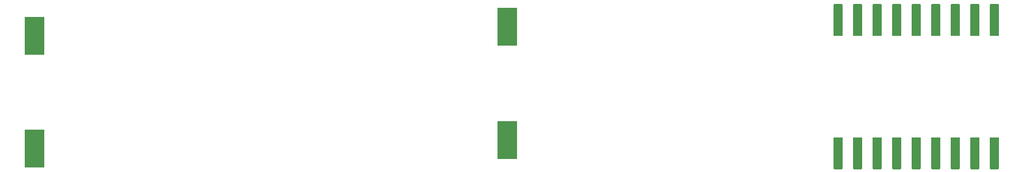
<source format=gbp>
G04 #@! TF.GenerationSoftware,KiCad,Pcbnew,7.0.5-0*
G04 #@! TF.CreationDate,2024-12-30T17:13:37-05:00*
G04 #@! TF.ProjectId,ESP32_MIDI_v3a,45535033-325f-44d4-9944-495f7633612e,rev?*
G04 #@! TF.SameCoordinates,Original*
G04 #@! TF.FileFunction,Paste,Bot*
G04 #@! TF.FilePolarity,Positive*
%FSLAX46Y46*%
G04 Gerber Fmt 4.6, Leading zero omitted, Abs format (unit mm)*
G04 Created by KiCad (PCBNEW 7.0.5-0) date 2024-12-30 17:13:37*
%MOMM*%
%LPD*%
G01*
G04 APERTURE LIST*
G04 Aperture macros list*
%AMFreePoly0*
4,1,25,0.515063,3.095106,0.530902,3.095106,0.543715,3.085796,0.558779,3.080902,0.568088,3.068088,0.580902,3.058779,0.585796,3.043715,0.595106,3.030902,0.595106,3.015062,0.600000,3.000000,0.600000,-1.000000,-0.600000,-1.000000,-0.600000,3.000000,-0.595106,3.015062,-0.595106,3.030902,-0.585796,3.043715,-0.580902,3.058779,-0.568088,3.068088,-0.558779,3.080902,-0.543715,3.085796,
-0.530902,3.095106,-0.515063,3.095106,-0.500000,3.100000,0.500000,3.100000,0.515063,3.095106,0.515063,3.095106,$1*%
G04 Aperture macros list end*
%ADD10R,2.600000X5.000000*%
%ADD11FreePoly0,180.000000*%
%ADD12FreePoly0,0.000000*%
G04 APERTURE END LIST*
D10*
X142400000Y-104350000D03*
X142400000Y-89650000D03*
X80932000Y-90758000D03*
X80932000Y-105458000D03*
D11*
X205740000Y-105000000D03*
X203200000Y-105000000D03*
X200660000Y-105000000D03*
X198120000Y-105000000D03*
X195580000Y-105000000D03*
X193040000Y-105000000D03*
X190500000Y-105000000D03*
X187960000Y-105000000D03*
X185420000Y-105000000D03*
D12*
X185420000Y-89760000D03*
X187960000Y-89760000D03*
X190500000Y-89760000D03*
X193040000Y-89760000D03*
X195580000Y-89760000D03*
X198120000Y-89760000D03*
X200660000Y-89760000D03*
X203200000Y-89760000D03*
X205740000Y-89760000D03*
M02*

</source>
